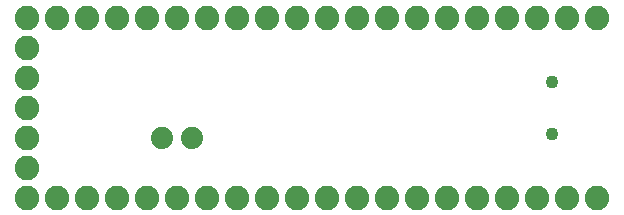
<source format=gbs>
G75*
G70*
%OFA0B0*%
%FSLAX24Y24*%
%IPPOS*%
%LPD*%
%AMOC8*
5,1,8,0,0,1.08239X$1,22.5*
%
%ADD10C,0.0434*%
%ADD11C,0.0740*%
%ADD12C,0.0820*%
D10*
X018151Y002785D03*
X018151Y004517D03*
D11*
X006151Y002651D03*
X005151Y002651D03*
D12*
X000651Y000651D03*
X001651Y000651D03*
X002651Y000651D03*
X003651Y000651D03*
X004651Y000651D03*
X005651Y000651D03*
X006651Y000651D03*
X007651Y000651D03*
X008651Y000651D03*
X009651Y000651D03*
X010651Y000651D03*
X011651Y000651D03*
X012651Y000651D03*
X013651Y000651D03*
X014651Y000651D03*
X015651Y000651D03*
X016651Y000651D03*
X017651Y000651D03*
X018651Y000651D03*
X019651Y000651D03*
X019651Y006651D03*
X018651Y006651D03*
X017651Y006651D03*
X016651Y006651D03*
X015651Y006651D03*
X014651Y006651D03*
X013651Y006651D03*
X012651Y006651D03*
X011651Y006651D03*
X010651Y006651D03*
X009651Y006651D03*
X008651Y006651D03*
X007651Y006651D03*
X006651Y006651D03*
X005651Y006651D03*
X004651Y006651D03*
X003651Y006651D03*
X002651Y006651D03*
X001651Y006651D03*
X000651Y006651D03*
X000651Y005651D03*
X000651Y004651D03*
X000651Y003651D03*
X000651Y002651D03*
X000651Y001651D03*
M02*

</source>
